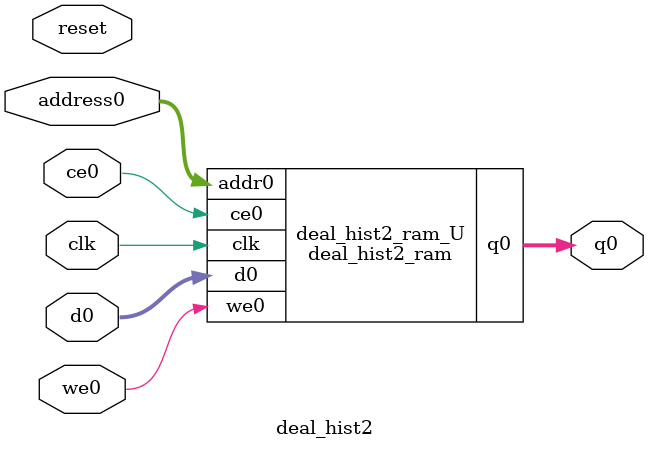
<source format=v>
`timescale 1 ns / 1 ps
module deal_hist2_ram (addr0, ce0, d0, we0, q0,  clk);

parameter DWIDTH = 32;
parameter AWIDTH = 12;
parameter MEM_SIZE = 4096;

input[AWIDTH-1:0] addr0;
input ce0;
input[DWIDTH-1:0] d0;
input we0;
output reg[DWIDTH-1:0] q0;
input clk;

(* ram_style = "block" *)reg [DWIDTH-1:0] ram[0:MEM_SIZE-1];




always @(posedge clk)  
begin 
    if (ce0) 
    begin
        if (we0) 
        begin 
            ram[addr0] <= d0; 
        end 
        q0 <= ram[addr0];
    end
end


endmodule

`timescale 1 ns / 1 ps
module deal_hist2(
    reset,
    clk,
    address0,
    ce0,
    we0,
    d0,
    q0);

parameter DataWidth = 32'd32;
parameter AddressRange = 32'd4096;
parameter AddressWidth = 32'd12;
input reset;
input clk;
input[AddressWidth - 1:0] address0;
input ce0;
input we0;
input[DataWidth - 1:0] d0;
output[DataWidth - 1:0] q0;



deal_hist2_ram deal_hist2_ram_U(
    .clk( clk ),
    .addr0( address0 ),
    .ce0( ce0 ),
    .we0( we0 ),
    .d0( d0 ),
    .q0( q0 ));

endmodule


</source>
